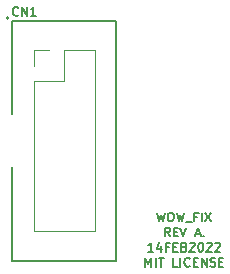
<source format=gbr>
%TF.GenerationSoftware,KiCad,Pcbnew,5.1.9-73d0e3b20d~88~ubuntu20.04.1*%
%TF.CreationDate,2021-04-02T21:19:43-07:00*%
%TF.ProjectId,wow_fix,776f775f-6669-4782-9e6b-696361645f70,A*%
%TF.SameCoordinates,Original*%
%TF.FileFunction,Legend,Top*%
%TF.FilePolarity,Positive*%
%FSLAX46Y46*%
G04 Gerber Fmt 4.6, Leading zero omitted, Abs format (unit mm)*
G04 Created by KiCad (PCBNEW 5.1.9-73d0e3b20d~88~ubuntu20.04.1) date 2021-04-02 21:19:43*
%MOMM*%
%LPD*%
G01*
G04 APERTURE LIST*
%ADD10C,0.150000*%
%ADD11C,0.120000*%
G04 APERTURE END LIST*
D10*
X97144285Y-106436785D02*
X97322857Y-107186785D01*
X97465714Y-106651071D01*
X97608571Y-107186785D01*
X97787142Y-106436785D01*
X98215714Y-106436785D02*
X98358571Y-106436785D01*
X98430000Y-106472500D01*
X98501428Y-106543928D01*
X98537142Y-106686785D01*
X98537142Y-106936785D01*
X98501428Y-107079642D01*
X98430000Y-107151071D01*
X98358571Y-107186785D01*
X98215714Y-107186785D01*
X98144285Y-107151071D01*
X98072857Y-107079642D01*
X98037142Y-106936785D01*
X98037142Y-106686785D01*
X98072857Y-106543928D01*
X98144285Y-106472500D01*
X98215714Y-106436785D01*
X98787142Y-106436785D02*
X98965714Y-107186785D01*
X99108571Y-106651071D01*
X99251428Y-107186785D01*
X99430000Y-106436785D01*
X99537142Y-107258214D02*
X100108571Y-107258214D01*
X100537142Y-106793928D02*
X100287142Y-106793928D01*
X100287142Y-107186785D02*
X100287142Y-106436785D01*
X100644285Y-106436785D01*
X100930000Y-107186785D02*
X100930000Y-106436785D01*
X101215714Y-106436785D02*
X101715714Y-107186785D01*
X101715714Y-106436785D02*
X101215714Y-107186785D01*
X98215714Y-108461785D02*
X97965714Y-108104642D01*
X97787142Y-108461785D02*
X97787142Y-107711785D01*
X98072857Y-107711785D01*
X98144285Y-107747500D01*
X98180000Y-107783214D01*
X98215714Y-107854642D01*
X98215714Y-107961785D01*
X98180000Y-108033214D01*
X98144285Y-108068928D01*
X98072857Y-108104642D01*
X97787142Y-108104642D01*
X98537142Y-108068928D02*
X98787142Y-108068928D01*
X98894285Y-108461785D02*
X98537142Y-108461785D01*
X98537142Y-107711785D01*
X98894285Y-107711785D01*
X99108571Y-107711785D02*
X99358571Y-108461785D01*
X99608571Y-107711785D01*
X100394285Y-108247500D02*
X100751428Y-108247500D01*
X100322857Y-108461785D02*
X100572857Y-107711785D01*
X100822857Y-108461785D01*
X101072857Y-108390357D02*
X101108571Y-108426071D01*
X101072857Y-108461785D01*
X101037142Y-108426071D01*
X101072857Y-108390357D01*
X101072857Y-108461785D01*
X96822857Y-109736785D02*
X96394285Y-109736785D01*
X96608571Y-109736785D02*
X96608571Y-108986785D01*
X96537142Y-109093928D01*
X96465714Y-109165357D01*
X96394285Y-109201071D01*
X97465714Y-109236785D02*
X97465714Y-109736785D01*
X97287142Y-108951071D02*
X97108571Y-109486785D01*
X97572857Y-109486785D01*
X98108571Y-109343928D02*
X97858571Y-109343928D01*
X97858571Y-109736785D02*
X97858571Y-108986785D01*
X98215714Y-108986785D01*
X98501428Y-109343928D02*
X98751428Y-109343928D01*
X98858571Y-109736785D02*
X98501428Y-109736785D01*
X98501428Y-108986785D01*
X98858571Y-108986785D01*
X99430000Y-109343928D02*
X99537142Y-109379642D01*
X99572857Y-109415357D01*
X99608571Y-109486785D01*
X99608571Y-109593928D01*
X99572857Y-109665357D01*
X99537142Y-109701071D01*
X99465714Y-109736785D01*
X99180000Y-109736785D01*
X99180000Y-108986785D01*
X99430000Y-108986785D01*
X99501428Y-109022500D01*
X99537142Y-109058214D01*
X99572857Y-109129642D01*
X99572857Y-109201071D01*
X99537142Y-109272500D01*
X99501428Y-109308214D01*
X99430000Y-109343928D01*
X99180000Y-109343928D01*
X99894285Y-109058214D02*
X99930000Y-109022500D01*
X100001428Y-108986785D01*
X100180000Y-108986785D01*
X100251428Y-109022500D01*
X100287142Y-109058214D01*
X100322857Y-109129642D01*
X100322857Y-109201071D01*
X100287142Y-109308214D01*
X99858571Y-109736785D01*
X100322857Y-109736785D01*
X100787142Y-108986785D02*
X100858571Y-108986785D01*
X100930000Y-109022500D01*
X100965714Y-109058214D01*
X101001428Y-109129642D01*
X101037142Y-109272500D01*
X101037142Y-109451071D01*
X101001428Y-109593928D01*
X100965714Y-109665357D01*
X100930000Y-109701071D01*
X100858571Y-109736785D01*
X100787142Y-109736785D01*
X100715714Y-109701071D01*
X100680000Y-109665357D01*
X100644285Y-109593928D01*
X100608571Y-109451071D01*
X100608571Y-109272500D01*
X100644285Y-109129642D01*
X100680000Y-109058214D01*
X100715714Y-109022500D01*
X100787142Y-108986785D01*
X101322857Y-109058214D02*
X101358571Y-109022500D01*
X101430000Y-108986785D01*
X101608571Y-108986785D01*
X101680000Y-109022500D01*
X101715714Y-109058214D01*
X101751428Y-109129642D01*
X101751428Y-109201071D01*
X101715714Y-109308214D01*
X101287142Y-109736785D01*
X101751428Y-109736785D01*
X102037142Y-109058214D02*
X102072857Y-109022500D01*
X102144285Y-108986785D01*
X102322857Y-108986785D01*
X102394285Y-109022500D01*
X102430000Y-109058214D01*
X102465714Y-109129642D01*
X102465714Y-109201071D01*
X102430000Y-109308214D01*
X102001428Y-109736785D01*
X102465714Y-109736785D01*
X96144285Y-111011785D02*
X96144285Y-110261785D01*
X96394285Y-110797500D01*
X96644285Y-110261785D01*
X96644285Y-111011785D01*
X97001428Y-111011785D02*
X97001428Y-110261785D01*
X97251428Y-110261785D02*
X97680000Y-110261785D01*
X97465714Y-111011785D02*
X97465714Y-110261785D01*
X98858571Y-111011785D02*
X98501428Y-111011785D01*
X98501428Y-110261785D01*
X99108571Y-111011785D02*
X99108571Y-110261785D01*
X99894285Y-110940357D02*
X99858571Y-110976071D01*
X99751428Y-111011785D01*
X99680000Y-111011785D01*
X99572857Y-110976071D01*
X99501428Y-110904642D01*
X99465714Y-110833214D01*
X99430000Y-110690357D01*
X99430000Y-110583214D01*
X99465714Y-110440357D01*
X99501428Y-110368928D01*
X99572857Y-110297500D01*
X99680000Y-110261785D01*
X99751428Y-110261785D01*
X99858571Y-110297500D01*
X99894285Y-110333214D01*
X100215714Y-110618928D02*
X100465714Y-110618928D01*
X100572857Y-111011785D02*
X100215714Y-111011785D01*
X100215714Y-110261785D01*
X100572857Y-110261785D01*
X100894285Y-111011785D02*
X100894285Y-110261785D01*
X101322857Y-111011785D01*
X101322857Y-110261785D01*
X101644285Y-110976071D02*
X101751428Y-111011785D01*
X101930000Y-111011785D01*
X102001428Y-110976071D01*
X102037142Y-110940357D01*
X102072857Y-110868928D01*
X102072857Y-110797500D01*
X102037142Y-110726071D01*
X102001428Y-110690357D01*
X101930000Y-110654642D01*
X101787142Y-110618928D01*
X101715714Y-110583214D01*
X101680000Y-110547500D01*
X101644285Y-110476071D01*
X101644285Y-110404642D01*
X101680000Y-110333214D01*
X101715714Y-110297500D01*
X101787142Y-110261785D01*
X101965714Y-110261785D01*
X102072857Y-110297500D01*
X102394285Y-110618928D02*
X102644285Y-110618928D01*
X102751428Y-111011785D02*
X102394285Y-111011785D01*
X102394285Y-110261785D01*
X102751428Y-110261785D01*
D11*
%TO.C,CN1*%
X86670000Y-108030000D02*
X91870000Y-108030000D01*
X86670000Y-95270000D02*
X86670000Y-108030000D01*
X91870000Y-92670000D02*
X91870000Y-108030000D01*
X86670000Y-95270000D02*
X89270000Y-95270000D01*
X89270000Y-95270000D02*
X89270000Y-92670000D01*
X89270000Y-92670000D02*
X91870000Y-92670000D01*
X86670000Y-94000000D02*
X86670000Y-92670000D01*
X86670000Y-92670000D02*
X88000000Y-92670000D01*
D10*
X84870000Y-90220000D02*
X84870000Y-98100000D01*
X84870000Y-90220000D02*
X93670000Y-90220000D01*
X93670000Y-90220000D02*
X93670000Y-110500000D01*
X84870000Y-110500000D02*
X93670000Y-110500000D01*
X84870000Y-102600000D02*
X84870000Y-110500000D01*
X84571980Y-89980000D02*
G75*
G03*
X84571980Y-89980000I-101980J0D01*
G01*
X85372142Y-89697857D02*
X85336428Y-89733571D01*
X85229285Y-89769285D01*
X85157857Y-89769285D01*
X85050714Y-89733571D01*
X84979285Y-89662142D01*
X84943571Y-89590714D01*
X84907857Y-89447857D01*
X84907857Y-89340714D01*
X84943571Y-89197857D01*
X84979285Y-89126428D01*
X85050714Y-89055000D01*
X85157857Y-89019285D01*
X85229285Y-89019285D01*
X85336428Y-89055000D01*
X85372142Y-89090714D01*
X85693571Y-89769285D02*
X85693571Y-89019285D01*
X86122142Y-89769285D01*
X86122142Y-89019285D01*
X86872142Y-89769285D02*
X86443571Y-89769285D01*
X86657857Y-89769285D02*
X86657857Y-89019285D01*
X86586428Y-89126428D01*
X86515000Y-89197857D01*
X86443571Y-89233571D01*
%TD*%
M02*

</source>
